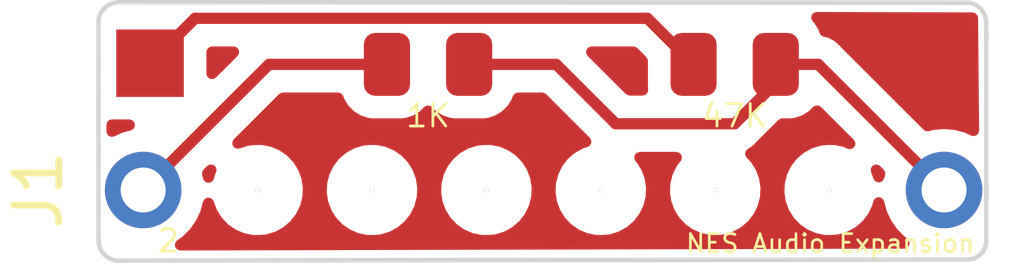
<source format=kicad_pcb>
(kicad_pcb (version 20221018) (generator pcbnew)
  (layers (0 "F.Cu" signal) (31 "B.Cu" signal) (34 "B.Paste" user) (35 "F.Paste" user) (36 "B.SilkS" user "B.Silkscreen") (37 "F.SilkS" user "F.Silkscreen") (38 "B.Mask" user) (39 "F.Mask" user) (44 "Edge.Cuts" user))
  (net 0 "")
  (net 1 "Net-(J1-2)")
  (net 8 "Net-(J1-9)")
  (net 9 "Net-(J2-Pin_1)")
  (footprint "Resistor_SMD:R_0805_2012Metric" (layer "F.Cu") (at 135.9408 111.506 180)
    (fp_text reference "R1" hide)
    (fp_text value "1K" (at 0 -1.143) (layer "F.SilkS") (effects (font (size 0.5 0.5) (thickness 0.0625))))
    (pad "1" smd roundrect (at -0.9125 0 180) (size 1.025 1.4) (layers "F.Cu" "F.Paste" "F.Mask") (roundrect_rratio 0.243902439) (net 8 "Net-(J1-9)"))
    (pad "2" smd roundrect (at 0.9125 0 180) (size 1.025 1.4) (layers "F.Cu" "F.Paste" "F.Mask") (roundrect_rratio 0.243902439) (net 1 "Net-(J1-2)"))
  )
  (footprint "Connector_PinHeader_2.54mm:PinHeader_1x08_P2.54mm_Vertical" (layer "F.Cu") (at 129.6162 114.3 90)
    (fp_text reference "J1" (at 0 -2.33 90) (layer "F.SilkS"))
    (fp_text value "Expansion_Port" hide)
    (pad "1" thru_hole circle (at 0 0 90) (size 1.7 1.7) (drill 1) (layers "*.Cu" "*.Mask") (net 1 "Net-(J1-2)"))
    (pad "2" thru_hole oval (at 0 2.54 90) (size 0.1 0.1) (drill 1) (layers "*.Cu" "*.Mask"))
    (pad "3" thru_hole oval (at 0 5.08 90) (size 0.1 0.1) (drill 1) (layers "*.Cu" "*.Mask"))
    (pad "4" thru_hole oval (at 0 7.62 90) (size 0.1 0.1) (drill 1) (layers "*.Cu" "*.Mask"))
    (pad "5" thru_hole oval (at 0 10.16 90) (size 0.1 0.1) (drill 1) (layers "*.Cu" "*.Mask"))
    (pad "6" thru_hole oval (at 0 12.7 90) (size 0.1 0.1) (drill 1) (layers "*.Cu" "*.Mask"))
    (pad "7" thru_hole oval (at 0 15.24 90) (size 0.1 0.1) (drill 1) (layers "*.Cu" "*.Mask"))
    (pad "8" thru_hole oval (at 0 17.78 90) (size 1.7 1.7) (drill 1) (layers "*.Cu" "*.Mask") (net 8 "Net-(J1-9)"))
  )
  (footprint "Resistor_SMD:R_0805_2012Metric" (layer "F.Cu") (at 142.748 111.506)
    (fp_text reference "R2" hide)
    (fp_text value "47K" (at 0 1.143) (layer "F.SilkS") (effects (font (size 0.5 0.5) (thickness 0.0625))))
    (pad "1" smd roundrect (at -0.9125 0) (size 1.025 1.4) (layers "F.Cu" "F.Paste" "F.Mask") (roundrect_rratio 0.243902439) (net 9 "Net-(J2-Pin_1)"))
    (pad "2" smd roundrect (at 0.9125 0) (size 1.025 1.4) (layers "F.Cu" "F.Paste" "F.Mask") (roundrect_rratio 0.243902439) (net 8 "Net-(J1-9)"))
  )
  (footprint "TestPoint:TestPoint_Pad_1.5x1.5mm" (layer "F.Cu") (at 129.7686 111.4806)
    (fp_text reference "J2" hide)
    (fp_text value "NESRGB" hide)
    (pad "1" smd rect (at 0 0) (size 1.5 1.5) (layers "F.Cu" "F.Mask") (net 9 "Net-(J2-Pin_1)"))
  )
  (gr_arc (start 129.018142 115.870205) (mid 128.737407 115.717158) (end 128.6256 115.4176) (stroke (width 0.1)) (layer "Edge.Cuts"))
  (gr_arc (start 128.624953 110.516736) (mid 128.778 110.236) (end 129.077558 110.124194) (stroke (width 0.1)) (layer "Edge.Cuts"))
  (gr_line (start 147.8788 110.1344) (end 129.077558 110.124194) (stroke (width 0.1)) (layer "Edge.Cuts"))
  (gr_arc (start 147.943458 110.133753) (mid 148.224193 110.2868) (end 148.336 110.586358) (stroke (width 0.1)) (layer "Edge.Cuts"))
  (gr_arc (start 148.336 115.452873) (mid 148.212985 115.7224) (end 147.943458 115.845415) (stroke (width 0.1)) (layer "Edge.Cuts"))
  (gr_line (start 148.336 115.452873) (end 148.336 110.8456) (stroke (width 0.1)) (layer "Edge.Cuts"))
  (gr_line (start 147.8788 110.1344) (end 147.943458 110.133753) (stroke (width 0.1)) (layer "Edge.Cuts"))
  (gr_line (start 148.336 110.8456) (end 148.336 110.586358) (stroke (width 0.1)) (layer "Edge.Cuts"))
  (gr_line (start 147.943458 115.845415) (end 129.018142 115.870205) (stroke (width 0.1)) (layer "Edge.Cuts"))
  (gr_line (start 128.624953 110.516736) (end 128.6256 115.4176) (stroke (width 0.1)) (layer "Edge.Cuts"))
  (gr_text "NES Audio Expansion" (at 141.6304 115.7224) (layer "F.SilkS") (effects (font (size 0.4 0.4) (thickness 0.06)) (justify left bottom)))
  (gr_text "2" (at 129.8956 115.7224) (layer "F.SilkS") (effects (font (size 0.5 0.5) (thickness 0.06)) (justify left bottom)))
  (segment (start 135.0283 111.506) (end 132.4102 111.506) (width 0.25) (layer "F.Cu") (net 1))
  (segment (start 132.4102 111.506) (end 129.6162 114.3) (width 0.25) (layer "F.Cu") (net 1))
  (segment (start 143.6605 111.9143) (end 143.6605 111.506) (width 0.25) (layer "F.Cu") (net 8))
  (segment (start 140.1064 112.8268) (end 142.748 112.8268) (width 0.25) (layer "F.Cu") (net 8))
  (segment (start 144.6022 111.506) (end 147.3962 114.3) (width 0.25) (layer "F.Cu") (net 8))
  (segment (start 138.7856 111.506) (end 140.1064 112.8268) (width 0.25) (layer "F.Cu") (net 8))
  (segment (start 136.8533 111.506) (end 138.7856 111.506) (width 0.25) (layer "F.Cu") (net 8))
  (segment (start 142.748 112.8268) (end 143.6605 111.9143) (width 0.25) (layer "F.Cu") (net 8))
  (segment (start 143.6605 111.506) (end 144.6022 111.506) (width 0.25) (layer "F.Cu") (net 8))
  (segment (start 129.7686 111.4806) (end 130.7682 110.481) (width 0.25) (layer "F.Cu") (net 9))
  (segment (start 140.8105 110.481) (end 141.8355 111.506) (width 0.25) (layer "F.Cu") (net 9))
  (segment (start 130.7682 110.481) (end 140.8105 110.481) (width 0.25) (layer "F.Cu") (net 9))
  (zone (net 0) (net_name "") (layer "F.Cu") (connect_pads (clearance 0.5)) (min_thickness 0.25) (fill yes (thermal_gap 0.5) (thermal_bridge_width 0.5) (island_removal_mode 1) (island_area_min 10))
    (polygon (pts (xy 148.15 110.35) (xy 128.8 110.3) (xy 128.8 115.65) (xy 148.2 115.6)))
  )
)
</source>
